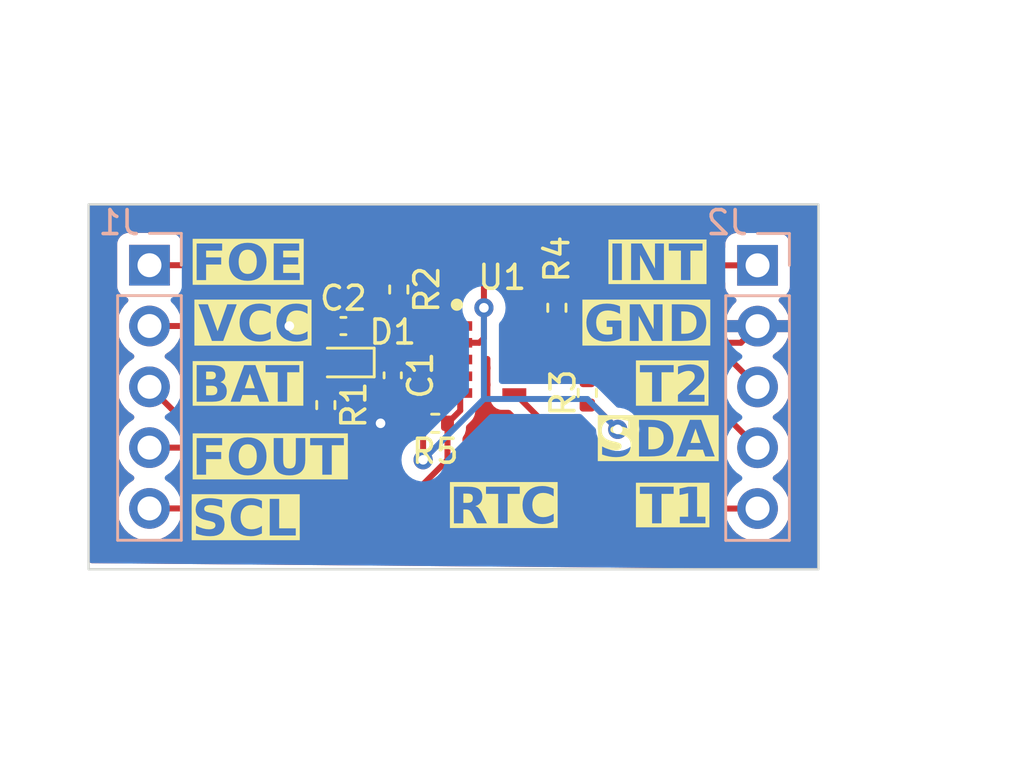
<source format=kicad_pcb>
(kicad_pcb (version 20221018) (generator pcbnew)
  (layers (0 "F.Cu" signal) (1 "In1.Cu" signal) (2 "In2.Cu" signal) (31 "B.Cu" signal) (34 "B.Paste" user) (35 "F.Paste" user) (36 "B.SilkS" user "B.Silkscreen") (37 "F.SilkS" user "F.Silkscreen") (38 "B.Mask" user) (39 "F.Mask" user) (44 "Edge.Cuts" user))
  (net 0 "")
  (net 1 "Net-(D1-K)")
  (net 2 "GND")
  (net 3 "VCC")
  (net 4 "Net-(D1-A)")
  (net 5 "Net-(J1-Pin_1)")
  (net 6 "Net-(J1-Pin_3)")
  (net 7 "Net-(J1-Pin_4)")
  (net 8 "Net-(J1-Pin_5)")
  (net 9 "Net-(J2-Pin_1)")
  (net 10 "Net-(J2-Pin_3)")
  (net 11 "Net-(J2-Pin_4)")
  (net 12 "Net-(J2-Pin_5)")
  (footprint "Diode_SMD:D_SOD-523" (layer "F.Cu") (at 165.608 82.804 180)
    (fp_text reference "D1" (at -2.032 1.27) (layer "F.SilkS"))
    (fp_text value "D_Schottky")
    (fp_line (start -1.26 -0.6) (end -1.26 0.6) (stroke (width 0.12)) (layer "F.SilkS"))
    (fp_line (start 0.7 -0.6) (end -1.26 -0.6) (stroke (width 0.12)) (layer "F.SilkS"))
    (fp_line (start 0.7 0.6) (end -1.26 0.6) (stroke (width 0.12)) (layer "F.SilkS"))
    (pad "1" smd roundrect (at -0.7 0) (size 0.6 0.7) (layers "F.Cu" "F.Paste" "F.Mask") (net 1 "Net-(D1-K)"))
    (pad "2" smd roundrect (at 0.7 0) (size 0.6 0.7) (layers "F.Cu" "F.Paste" "F.Mask") (net 4 "Net-(D1-A)"))
  )
  (footprint "Resistor_SMD:R_0402_1005Metric" (layer "F.Cu") (at 175.768 84.074 -90)
    (fp_text reference "R3" (at 0 1.016 90) (layer "F.SilkS"))
    (fp_text value "3.3k")
    (fp_line (start -0.153641 -0.38) (end 0.153641 -0.38) (stroke (width 0.12)) (layer "F.SilkS"))
    (fp_line (start -0.153641 0.38) (end 0.153641 0.38) (stroke (width 0.12)) (layer "F.SilkS"))
    (pad "1" smd roundrect (at -0.51 0 270) (size 0.54 0.64) (layers "F.Cu" "F.Paste" "F.Mask") (net 11 "Net-(J2-Pin_4)"))
    (pad "2" smd roundrect (at 0.51 0 270) (size 0.54 0.64) (layers "F.Cu" "F.Paste" "F.Mask") (net 3 "VCC"))
  )
  (footprint "PARTS:OSC-SMD_10P-L3.2-W2.5-BL-1" (layer "F.Cu") (at 171.59 82.68 -90)
    (fp_text reference "U1" (at -3.432 -0.622) (layer "F.SilkS"))
    (fp_text value "X1B000301000200")
    (fp_circle (center -2.29 1.27) (end -2.16 1.27) (stroke (width 0.25)) (fill none) (layer "F.SilkS"))
    (pad "1" smd rect (at -1.4 1.13 270) (size 0.4 1) (layers "F.Cu" "F.Paste" "F.Mask") (net 5 "Net-(J1-Pin_1)"))
    (pad "2" smd rect (at -0.7 1.13 270) (size 0.4 1) (layers "F.Cu" "F.Paste" "F.Mask") (net 3 "VCC"))
    (pad "3" smd rect (at 0 1.13 270) (size 0.4 1) (layers "F.Cu" "F.Paste" "F.Mask") (net 1 "Net-(D1-K)"))
    (pad "4" smd rect (at 0.7 1.13 270) (size 0.4 1) (layers "F.Cu" "F.Paste" "F.Mask") (net 7 "Net-(J1-Pin_4)"))
    (pad "5" smd rect (at 1.4 1.13 270) (size 0.4 1) (layers "F.Cu" "F.Paste" "F.Mask") (net 8 "Net-(J1-Pin_5)"))
    (pad "6" smd rect (at 1.4 -1.13 270) (size 0.4 1) (layers "F.Cu" "F.Paste" "F.Mask") (net 12 "Net-(J2-Pin_5)"))
    (pad "7" smd rect (at 0.7 -1.13 270) (size 0.4 1) (layers "F.Cu" "F.Paste" "F.Mask") (net 11 "Net-(J2-Pin_4)"))
    (pad "8" smd rect (at 0 -1.13 270) (size 0.4 1) (layers "F.Cu" "F.Paste" "F.Mask") (net 10 "Net-(J2-Pin_3)"))
    (pad "9" smd rect (at -0.7 -1.13 270) (size 0.4 1) (layers "F.Cu" "F.Paste" "F.Mask") (net 2 "GND"))
    (pad "10" smd rect (at -1.4 -1.13 270) (size 0.4 1) (layers "F.Cu" "F.Paste" "F.Mask") (net 9 "Net-(J2-Pin_1)"))
  )
  (footprint "Capacitor_SMD:C_0402_1005Metric" (layer "F.Cu") (at 165.58 81.28)
    (fp_text reference "C2" (at 0 -1.16) (layer "F.SilkS"))
    (fp_text value "0.1u")
    (fp_line (start -0.107836 -0.36) (end 0.107836 -0.36) (stroke (width 0.12)) (layer "F.SilkS"))
    (fp_line (start -0.107836 0.36) (end 0.107836 0.36) (stroke (width 0.12)) (layer "F.SilkS"))
    (pad "1" smd roundrect (at -0.48 0) (size 0.56 0.62) (layers "F.Cu" "F.Paste" "F.Mask") (net 2 "GND"))
    (pad "2" smd roundrect (at 0.48 0) (size 0.56 0.62) (layers "F.Cu" "F.Paste" "F.Mask") (net 3 "VCC"))
  )
  (footprint "Resistor_SMD:R_0402_1005Metric" (layer "F.Cu") (at 174.498 80.518 -90)
    (fp_text reference "R4" (at -2.032 0 90) (layer "F.SilkS"))
    (fp_text value "1k")
    (fp_line (start -0.153641 -0.38) (end 0.153641 -0.38) (stroke (width 0.12)) (layer "F.SilkS"))
    (fp_line (start -0.153641 0.38) (end 0.153641 0.38) (stroke (width 0.12)) (layer "F.SilkS"))
    (pad "1" smd roundrect (at -0.51 0 270) (size 0.54 0.64) (layers "F.Cu" "F.Paste" "F.Mask") (net 3 "VCC"))
    (pad "2" smd roundrect (at 0.51 0 270) (size 0.54 0.64) (layers "F.Cu" "F.Paste" "F.Mask") (net 9 "Net-(J2-Pin_1)"))
  )
  (footprint "Resistor_SMD:R_0402_1005Metric" (layer "F.Cu") (at 164.846 84.582 -90)
    (fp_text reference "R1" (at 0 -1.17 90) (layer "F.SilkS"))
    (fp_text value "100")
    (fp_line (start -0.153641 -0.38) (end 0.153641 -0.38) (stroke (width 0.12)) (layer "F.SilkS"))
    (fp_line (start -0.153641 0.38) (end 0.153641 0.38) (stroke (width 0.12)) (layer "F.SilkS"))
    (pad "1" smd roundrect (at -0.51 0 270) (size 0.54 0.64) (layers "F.Cu" "F.Paste" "F.Mask") (net 4 "Net-(D1-A)"))
    (pad "2" smd roundrect (at 0.51 0 270) (size 0.54 0.64) (layers "F.Cu" "F.Paste" "F.Mask") (net 6 "Net-(J1-Pin_3)"))
  )
  (footprint "Resistor_SMD:R_0402_1005Metric" (layer "F.Cu") (at 169.418 85.344 180)
    (fp_text reference "R5" (at 0 -1.17) (layer "F.SilkS"))
    (fp_text value "3.3k")
    (fp_line (start -0.153641 -0.38) (end 0.153641 -0.38) (stroke (width 0.12)) (layer "F.SilkS"))
    (fp_line (start -0.153641 0.38) (end 0.153641 0.38) (stroke (width 0.12)) (layer "F.SilkS"))
    (pad "1" smd roundrect (at -0.51 0 180) (size 0.54 0.64) (layers "F.Cu" "F.Paste" "F.Mask") (net 8 "Net-(J1-Pin_5)"))
    (pad "2" smd roundrect (at 0.51 0 180) (size 0.54 0.64) (layers "F.Cu" "F.Paste" "F.Mask") (net 3 "VCC"))
  )
  (footprint "Resistor_SMD:R_0402_1005Metric" (layer "F.Cu") (at 167.894 79.756 -90)
    (fp_text reference "R2" (at 0 -1.17 90) (layer "F.SilkS"))
    (fp_text value "1k")
    (fp_line (start -0.153641 -0.38) (end 0.153641 -0.38) (stroke (width 0.12)) (layer "F.SilkS"))
    (fp_line (start -0.153641 0.38) (end 0.153641 0.38) (stroke (width 0.12)) (layer "F.SilkS"))
    (pad "1" smd roundrect (at -0.51 0 270) (size 0.54 0.64) (layers "F.Cu" "F.Paste" "F.Mask") (net 3 "VCC"))
    (pad "2" smd roundrect (at 0.51 0 270) (size 0.54 0.64) (layers "F.Cu" "F.Paste" "F.Mask") (net 5 "Net-(J1-Pin_1)"))
  )
  (footprint "Capacitor_SMD:C_0402_1005Metric" (layer "F.Cu") (at 167.64 83.34 -90)
    (fp_text reference "C1" (at 0 -1.16 90) (layer "F.SilkS"))
    (fp_text value "0.1u")
    (fp_line (start -0.107836 -0.36) (end 0.107836 -0.36) (stroke (width 0.12)) (layer "F.SilkS"))
    (fp_line (start -0.107836 0.36) (end 0.107836 0.36) (stroke (width 0.12)) (layer "F.SilkS"))
    (pad "1" smd roundrect (at -0.48 0 270) (size 0.56 0.62) (layers "F.Cu" "F.Paste" "F.Mask") (net 1 "Net-(D1-K)"))
    (pad "2" smd roundrect (at 0.48 0 270) (size 0.56 0.62) (layers "F.Cu" "F.Paste" "F.Mask") (net 2 "GND"))
  )
  (footprint "Connector_PinHeader_2.54mm:PinHeader_1x05_P2.54mm_Vertical" (layer "B.Cu") (at 157.48 78.74 180)
    (fp_text reference "J1" (at 1.27 1.778) (layer "B.SilkS") (effects (justify mirror)))
    (fp_text value "Conn_01x05_Pin")
    (fp_line (start -1.33 -11.49) (end 1.33 -11.49) (stroke (width 0.12)) (layer "B.SilkS"))
    (fp_line (start -1.33 -1.27) (end -1.33 -11.49) (stroke (width 0.12)) (layer "B.SilkS"))
    (fp_line (start -1.33 -1.27) (end 1.33 -1.27) (stroke (width 0.12)) (layer "B.SilkS"))
    (fp_line (start -1.33 0) (end -1.33 1.33) (stroke (width 0.12)) (layer "B.SilkS"))
    (fp_line (start -1.33 1.33) (end 0 1.33) (stroke (width 0.12)) (layer "B.SilkS"))
    (fp_line (start 1.33 -1.27) (end 1.33 -11.49) (stroke (width 0.12)) (layer "B.SilkS"))
    (pad "1" thru_hole rect (at 0 0 180) (size 1.7 1.7) (drill 1) (layers "*.Cu" "*.Mask") (net 5 "Net-(J1-Pin_1)"))
    (pad "2" thru_hole oval (at 0 -2.54 180) (size 1.7 1.7) (drill 1) (layers "*.Cu" "*.Mask") (net 3 "VCC"))
    (pad "3" thru_hole oval (at 0 -5.08 180) (size 1.7 1.7) (drill 1) (layers "*.Cu" "*.Mask") (net 6 "Net-(J1-Pin_3)"))
    (pad "4" thru_hole oval (at 0 -7.62 180) (size 1.7 1.7) (drill 1) (layers "*.Cu" "*.Mask") (net 7 "Net-(J1-Pin_4)"))
    (pad "5" thru_hole oval (at 0 -10.16 180) (size 1.7 1.7) (drill 1) (layers "*.Cu" "*.Mask") (net 8 "Net-(J1-Pin_5)"))
  )
  (footprint "Connector_PinHeader_2.54mm:PinHeader_1x05_P2.54mm_Vertical" (layer "B.Cu") (at 182.88 78.745 180)
    (fp_text reference "J2" (at 1.27 1.783) (layer "B.SilkS") (effects (justify mirror)))
    (fp_text value "Conn_01x05_Pin")
    (fp_line (start -1.33 -11.49) (end 1.33 -11.49) (stroke (width 0.12)) (layer "B.SilkS"))
    (fp_line (start -1.33 -1.27) (end -1.33 -11.49) (stroke (width 0.12)) (layer "B.SilkS"))
    (fp_line (start -1.33 -1.27) (end 1.33 -1.27) (stroke (width 0.12)) (layer "B.SilkS"))
    (fp_line (start -1.33 0) (end -1.33 1.33) (stroke (width 0.12)) (layer "B.SilkS"))
    (fp_line (start -1.33 1.33) (end 0 1.33) (stroke (width 0.12)) (layer "B.SilkS"))
    (fp_line (start 1.33 -1.27) (end 1.33 -11.49) (stroke (width 0.12)) (layer "B.SilkS"))
    (pad "1" thru_hole rect (at 0 0 180) (size 1.7 1.7) (drill 1) (layers "*.Cu" "*.Mask") (net 9 "Net-(J2-Pin_1)"))
    (pad "2" thru_hole oval (at 0 -2.54 180) (size 1.7 1.7) (drill 1) (layers "*.Cu" "*.Mask") (net 2 "GND"))
    (pad "3" thru_hole oval (at 0 -5.08 180) (size 1.7 1.7) (drill 1) (layers "*.Cu" "*.Mask") (net 10 "Net-(J2-Pin_3)"))
    (pad "4" thru_hole oval (at 0 -7.62 180) (size 1.7 1.7) (drill 1) (layers "*.Cu" "*.Mask") (net 11 "Net-(J2-Pin_4)"))
    (pad "5" thru_hole oval (at 0 -10.16 180) (size 1.7 1.7) (drill 1) (layers "*.Cu" "*.Mask") (net 12 "Net-(J2-Pin_5)"))
  )
  (gr_rect (start 154.94 76.2) (end 185.42 91.44) (stroke (width 0.1)) (fill none) (layer "Edge.Cuts"))
  (gr_text "FOUT" (at 159.258 86.868) (layer "F.SilkS" knockout) (effects (font (size 1.5 1.5) (thickness 0.3) bold) (justify left)))
  (gr_text "SDA" (at 181.102 86.106) (layer "F.SilkS" knockout) (effects (font (size 1.5 1.5) (thickness 0.3) bold) (justify right)))
  (gr_text "INT" (at 180.594 78.74) (layer "F.SilkS" knockout) (effects (font (size 1.5 1.5) (thickness 0.3) bold) (justify right)))
  (gr_text "SCL" (at 159.258 89.408) (layer "F.SilkS" knockout) (effects (font (size 1.5 1.5) (thickness 0.3) bold) (justify left)))
  (gr_text "GND" (at 180.848 81.28) (layer "F.SilkS" knockout) (effects (font (size 1.5 1.5) (thickness 0.3) bold) (justify right)))
  (gr_text "FOE" (at 159.258 78.74) (layer "F.SilkS" knockout) (effects (font (size 1.5 1.5) (thickness 0.3) bold) (justify left)))
  (gr_text "VCC" (at 159.512 81.28) (layer "F.SilkS" knockout) (effects (font (size 1.5 1.5) (thickness 0.3) bold) (justify left)))
  (gr_text "BAT" (at 159.258 83.82) (layer "F.SilkS" knockout) (effects (font (size 1.5 1.5) (thickness 0.3) bold) (justify left)))
  (gr_text "RTC" (at 174.498 88.9) (layer "F.SilkS" knockout) (effects (font (size 1.5 1.5) (thickness 0.3) bold) (justify right)))
  (gr_text "T1" (at 180.848 88.9) (layer "F.SilkS" knockout) (effects (font (size 1.5 1.5) (thickness 0.3) bold) (justify right)))
  (gr_text "T2" (at 180.848 83.82) (layer "F.SilkS" knockout) (effects (font (size 1.5 1.5) (thickness 0.3) bold) (justify right)))
  (segment (start 167.82 82.68) (end 167.64 82.86) (width 0.25) (layer "F.Cu") (net 1))
  (segment (start 167.64 82.86) (end 166.364 82.86) (width 0.25) (layer "F.Cu") (net 1))
  (segment (start 170.46 82.68) (end 167.82 82.68) (width 0.25) (layer "F.Cu") (net 1))
  (segment (start 166.364 82.86) (end 166.308 82.804) (width 0.25) (layer "F.Cu") (net 1))
  (segment (start 167.64 83.82) (end 167.64 84.836) (width 0.25) (layer "F.Cu") (net 2))
  (segment (start 165.1 81.28) (end 163.322 81.28) (width 0.25) (layer "F.Cu") (net 2))
  (segment (start 182.185 81.98) (end 172.72 81.98) (width 0.25) (layer "F.Cu") (net 2))
  (segment (start 182.88 81.285) (end 182.185 81.98) (width 0.25) (layer "F.Cu") (net 2))
  (segment (start 167.64 84.836) (end 167.132 85.344) (width 0.25) (layer "F.Cu") (net 2))
  (via (at 163.322 81.28) (size 0.8) (drill 0.4) (layers "F.Cu" "B.Cu") (net 2))
  (via (at 167.132 85.344) (size 0.8) (drill 0.4) (layers "F.Cu" "B.Cu") (net 2))
  (segment (start 172.811 80.008) (end 172.293339 79.490339) (width 0.25) (layer "F.Cu") (net 3))
  (segment (start 170.268139 79.490339) (end 170.191661 79.490339) (width 0.25) (layer "F.Cu") (net 3))
  (segment (start 170.46 81.98) (end 171.258 81.98) (width 0.25) (layer "F.Cu") (net 3))
  (segment (start 172.293339 79.490339) (end 171.45 79.490339) (width 0.25) (layer "F.Cu") (net 3))
  (segment (start 167.894 79.246) (end 169.924 79.246) (width 0.25) (layer "F.Cu") (net 3))
  (segment (start 168.908 85.344) (end 168.91 86.868) (width 0.25) (layer "F.Cu") (net 3))
  (segment (start 166.76 81.98) (end 170.46 81.98) (width 0.25) (layer "F.Cu") (net 3))
  (segment (start 160.274 81.28) (end 161.544 80.01) (width 0.25) (layer "F.Cu") (net 3))
  (segment (start 171.45 79.490339) (end 170.268139 79.490339) (width 0.25) (layer "F.Cu") (net 3))
  (segment (start 165.1 80.01) (end 166.06 80.97) (width 0.25) (layer "F.Cu") (net 3))
  (segment (start 174.498 80.008) (end 172.811 80.008) (width 0.25) (layer "F.Cu") (net 3))
  (segment (start 161.544 80.01) (end 165.1 80.01) (width 0.25) (layer "F.Cu") (net 3))
  (segment (start 175.768 84.584) (end 176.024 84.584) (width 0.25) (layer "F.Cu") (net 3))
  (segment (start 169.924 79.246) (end 170.168339 79.490339) (width 0.25) (layer "F.Cu") (net 3))
  (segment (start 166.06 81.28) (end 166.76 81.98) (width 0.25) (layer "F.Cu") (net 3))
  (segment (start 168.91 86.868) (end 168.908 86.866) (width 0.25) (layer "F.Cu") (net 3))
  (segment (start 166.06 80.97) (end 166.06 81.28) (width 0.25) (layer "F.Cu") (net 3))
  (segment (start 171.45 81.788) (end 171.45 79.490339) (width 0.25) (layer "F.Cu") (net 3))
  (segment (start 176.024 84.584) (end 177.038 85.598) (width 0.25) (layer "F.Cu") (net 3))
  (segment (start 170.191661 79.490339) (end 170.18 79.502) (width 0.25) (layer "F.Cu") (net 3))
  (segment (start 157.48 81.28) (end 160.274 81.28) (width 0.25) (layer "F.Cu") (net 3))
  (segment (start 170.168339 79.490339) (end 170.268139 79.490339) (width 0.25) (layer "F.Cu") (net 3))
  (segment (start 171.258 81.98) (end 171.45 81.788) (width 0.25) (layer "F.Cu") (net 3))
  (via (at 171.45 80.518) (size 0.8) (drill 0.4) (layers "F.Cu" "B.Cu") (net 3))
  (via (at 177.038 85.598) (size 0.8) (drill 0.4) (layers "F.Cu" "B.Cu") (net 3))
  (via (at 168.91 86.868) (size 0.8) (drill 0.4) (layers "F.Cu" "B.Cu") (net 3))
  (segment (start 177.038 85.598) (end 175.768 84.328) (width 0.25) (layer "B.Cu") (net 3))
  (segment (start 171.45 84.328) (end 171.45 80.518) (width 0.25) (layer "B.Cu") (net 3))
  (segment (start 168.91 86.868) (end 171.45 84.328) (width 0.25) (layer "B.Cu") (net 3))
  (segment (start 175.768 84.328) (end 171.45 84.328) (width 0.25) (layer "B.Cu") (net 3))
  (segment (start 164.908 84.01) (end 164.846 84.072) (width 0.25) (layer "F.Cu") (net 4))
  (segment (start 164.908 82.804) (end 164.908 84.01) (width 0.25) (layer "F.Cu") (net 4))
  (segment (start 170.46 81.28) (end 168.908 81.28) (width 0.25) (layer "F.Cu") (net 5))
  (segment (start 157.48 78.74) (end 166.368 78.74) (width 0.25) (layer "F.Cu") (net 5))
  (segment (start 166.368 78.74) (end 167.894 80.266) (width 0.25) (layer "F.Cu") (net 5))
  (segment (start 168.908 81.28) (end 167.894 80.266) (width 0.25) (layer "F.Cu") (net 5))
  (segment (start 157.988 83.312) (end 157.48 83.82) (width 0.25) (layer "F.Cu") (net 6))
  (segment (start 164.846 85.092) (end 158.752 85.092) (width 0.25) (layer "F.Cu") (net 6))
  (segment (start 158.752 85.092) (end 157.48 83.82) (width 0.25) (layer "F.Cu") (net 6))
  (segment (start 167.857 85.644305) (end 167.857 85.255396) (width 0.25) (layer "F.Cu") (net 7))
  (segment (start 169.732396 83.38) (end 170.46 83.38) (width 0.25) (layer "F.Cu") (net 7))
  (segment (start 167.141305 86.36) (end 167.857 85.644305) (width 0.25) (layer "F.Cu") (net 7))
  (segment (start 157.48 86.36) (end 167.141305 86.36) (width 0.25) (layer "F.Cu") (net 7))
  (segment (start 167.857 85.255396) (end 169.732396 83.38) (width 0.25) (layer "F.Cu") (net 7))
  (segment (start 167.903305 88.9) (end 157.48 88.9) (width 0.25) (layer "F.Cu") (net 8))
  (segment (start 170.46 84.08) (end 170.46 84.812) (width 0.25) (layer "F.Cu") (net 8))
  (segment (start 169.928 86.875305) (end 167.903305 88.9) (width 0.25) (layer "F.Cu") (net 8))
  (segment (start 170.46 84.812) (end 169.928 85.344) (width 0.25) (layer "F.Cu") (net 8))
  (segment (start 169.928 85.344) (end 169.928 86.875305) (width 0.25) (layer "F.Cu") (net 8))
  (segment (start 172.72 81.28) (end 174.246 81.28) (width 0.25) (layer "F.Cu") (net 9))
  (segment (start 174.246 81.28) (end 174.498 81.028) (width 0.25) (layer "F.Cu") (net 9))
  (segment (start 182.88 78.745) (end 176.781 78.745) (width 0.25) (layer "F.Cu") (net 9))
  (segment (start 176.781 78.745) (end 174.498 81.028) (width 0.25) (layer "F.Cu") (net 9))
  (segment (start 172.72 82.68) (end 181.735 82.68) (width 0.25) (layer "F.Cu") (net 10))
  (segment (start 181.735 82.68) (end 182.88 83.825) (width 0.25) (layer "F.Cu") (net 10))
  (segment (start 172.72 83.38) (end 175.584 83.38) (width 0.25) (layer "F.Cu") (net 11))
  (segment (start 175.584 83.38) (end 175.768 83.564) (width 0.25) (layer "F.Cu") (net 11))
  (segment (start 180.079 83.564) (end 182.88 86.365) (width 0.25) (layer "F.Cu") (net 11))
  (segment (start 175.768 83.564) (end 180.079 83.564) (width 0.25) (layer "F.Cu") (net 11))
  (segment (start 172.72 84.08) (end 177.545 88.905) (width 0.25) (layer "F.Cu") (net 12))
  (segment (start 177.545 88.905) (end 182.88 88.905) (width 0.25) (layer "F.Cu") (net 12))
  (zone (net 2) (net_name "GND") (layers "F.Cu" "In1.Cu" "In2.Cu" "B.Cu") (connect_pads (clearance 0.5)) (min_thickness 0.25) (fill yes (thermal_gap 0.5) (thermal_bridge_width 0.5))
    (polygon (pts (xy 154.94 76.2) (xy 185.42 76.2) (xy 185.42 91.44) (xy 154.94 91.186)))
  )
)
</source>
